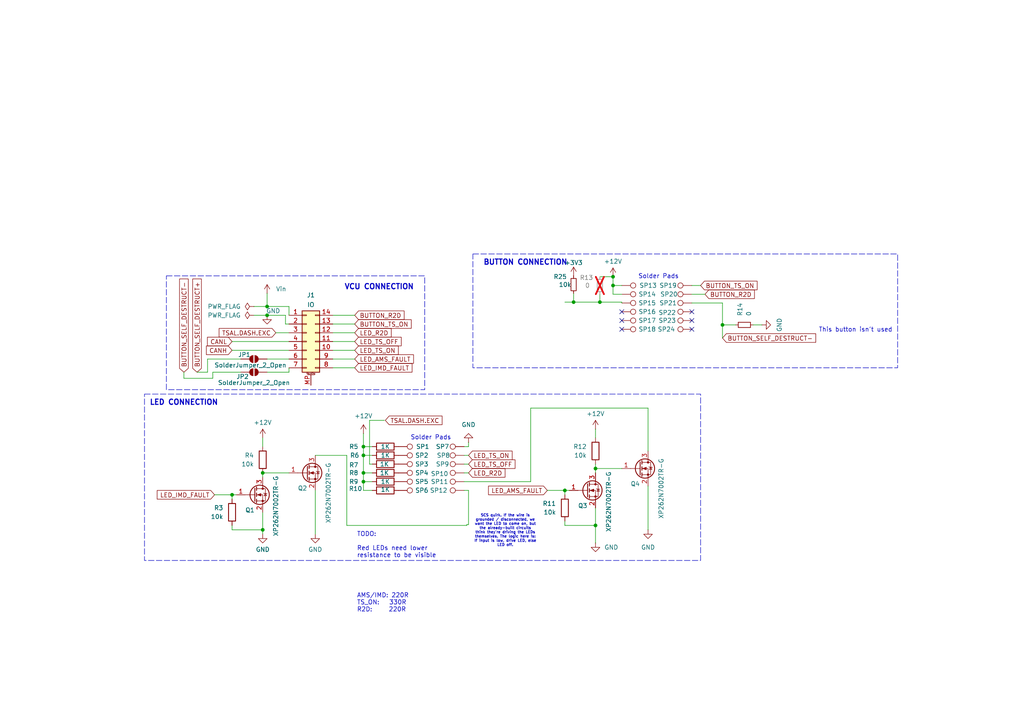
<source format=kicad_sch>
(kicad_sch (version 20250114) (generator "eeschema") (generator_version "9.0")
  (paper "A4")
  (lib_symbols
    (symbol "+3V3_3" (power) (pin_numbers (hide yes)) (pin_names (offset 0) (hide yes))
      (property "Value" "+3V3" (at 0 3.556 0))
      (symbol "+3V3_3_0_1"
        (polyline (pts (xy -0.762 1.27) (xy 0 2.54)))
        (polyline (pts (xy 0 2.54) (xy 0.762 1.27)))
        (polyline (pts (xy 0 0) (xy 0 2.54)))
      )
      (symbol "+3V3_3_1_1"
        (pin power_in line (at 0 0 90) (length 0) (name "~") (number "1"))
      )
    )
    (symbol "Connector:TestPoint" (pin_numbers (hide yes)) (pin_names (offset 0.762) (hide yes))
      (property "Reference" "TP" (at 0 6.858 0))
      (property "Value" "TestPoint" (at 0 5.08 0))
      (symbol "TestPoint_0_1"
        (circle (center 0 3.302) (radius 0.762))
      )
      (symbol "TestPoint_1_1"
        (pin passive line (at 0 0 90) (length 2.54) (name "1") (number "1"))
      )
    )
    (symbol "Connector_Generic_MountingPin:Conn_02x07_Counter_Clockwise_MountingPin" (pin_names (offset 1.016) (hide yes))
      (property "Reference" "J" (at 1.27 10.16 0))
      (property "Value" "Conn_02x07_Counter_Clockwise_MountingPin" (at 2.54 -10.16 0))
      (symbol "Conn_02x07_Counter_Clockwise_MountingPin_1_1"
        (rectangle (start -1.27 8.89) (end 3.81 -8.89) (stroke (width 0.254)) (fill (type background)))
        (rectangle (start -1.27 7.747) (end 0 7.493) (stroke (width 0.1524)))
        (rectangle (start -1.27 5.207) (end 0 4.953) (stroke (width 0.1524)))
        (rectangle (start -1.27 2.667) (end 0 2.413) (stroke (width 0.1524)))
        (rectangle (start -1.27 0.127) (end 0 -0.127) (stroke (width 0.1524)))
        (rectangle (start -1.27 -2.413) (end 0 -2.667) (stroke (width 0.1524)))
        (rectangle (start -1.27 -4.953) (end 0 -5.207) (stroke (width 0.1524)))
        (rectangle (start -1.27 -7.493) (end 0 -7.747) (stroke (width 0.1524)))
        (polyline (pts (xy 0.254 -9.652) (xy 2.286 -9.652)) (stroke (width 0.1524)))
        (rectangle (start 3.81 7.747) (end 2.54 7.493) (stroke (width 0.1524)))
        (rectangle (start 3.81 5.207) (end 2.54 4.953) (stroke (width 0.1524)))
        (rectangle (start 3.81 2.667) (end 2.54 2.413) (stroke (width 0.1524)))
        (rectangle (start 3.81 0.127) (end 2.54 -0.127) (stroke (width 0.1524)))
        (rectangle (start 3.81 -2.413) (end 2.54 -2.667) (stroke (width 0.1524)))
        (rectangle (start 3.81 -4.953) (end 2.54 -5.207) (stroke (width 0.1524)))
        (rectangle (start 3.81 -7.493) (end 2.54 -7.747) (stroke (width 0.1524)))
        (text "Mounting" (at 1.27 -9.271 0) (effects (font (size 0.381 0.381))))
        (pin passive line (at -5.08 7.62 0) (length 3.81) (name "Pin_1") (number "1"))
        (pin passive line (at -5.08 5.08 0) (length 3.81) (name "Pin_2") (number "2"))
        (pin passive line (at -5.08 2.54 0) (length 3.81) (name "Pin_3") (number "3"))
        (pin passive line (at -5.08 0 0) (length 3.81) (name "Pin_4") (number "4"))
        (pin passive line (at -5.08 -2.54 0) (length 3.81) (name "Pin_5") (number "5"))
        (pin passive line (at -5.08 -5.08 0) (length 3.81) (name "Pin_6") (number "6"))
        (pin passive line (at -5.08 -7.62 0) (length 3.81) (name "Pin_7") (number "7"))
        (pin passive line (at 1.27 -12.7 90) (length 3.048) (name "MountPin") (number "MP"))
        (pin passive line (at 7.62 7.62 180) (length 3.81) (name "Pin_14") (number "14"))
        (pin passive line (at 7.62 5.08 180) (length 3.81) (name "Pin_13") (number "13"))
        (pin passive line (at 7.62 2.54 180) (length 3.81) (name "Pin_12") (number "12"))
        (pin passive line (at 7.62 0 180) (length 3.81) (name "Pin_11") (number "11"))
        (pin passive line (at 7.62 -2.54 180) (length 3.81) (name "Pin_10") (number "10"))
        (pin passive line (at 7.62 -5.08 180) (length 3.81) (name "Pin_9") (number "9"))
        (pin passive line (at 7.62 -7.62 180) (length 3.81) (name "Pin_8") (number "8"))
      )
    )
    (symbol "Device:Q_NMOS_GSD" (pin_names (offset 0) (hide yes))
      (property "Reference" "Q" (at 5.08 1.27 0))
      (property "Value" "Q_NMOS_GSD" (at 5.08 -1.27 0))
      (symbol "Q_NMOS_GSD_0_1"
        (polyline (pts (xy 0.254 1.905) (xy 0.254 -1.905)) (stroke (width 0.254)))
        (polyline (pts (xy 0.254 0) (xy -2.54 0)))
        (polyline (pts (xy 0.762 2.286) (xy 0.762 1.27)) (stroke (width 0.254)))
        (polyline (pts (xy 0.762 0.508) (xy 0.762 -0.508)) (stroke (width 0.254)))
        (polyline (pts (xy 0.762 -1.27) (xy 0.762 -2.286)) (stroke (width 0.254)))
        (polyline (pts (xy 0.762 -1.778) (xy 3.302 -1.778) (xy 3.302 1.778) (xy 0.762 1.778)))
        (polyline (pts (xy 1.016 0) (xy 2.032 0.381) (xy 2.032 -0.381) (xy 1.016 0)) (fill (type outline)))
        (circle (center 1.651 0) (radius 2.794) (stroke (width 0.254)))
        (polyline (pts (xy 2.54 2.54) (xy 2.54 1.778)))
        (circle (center 2.54 1.778) (radius 0.254) (fill (type outline)))
        (circle (center 2.54 -1.778) (radius 0.254) (fill (type outline)))
        (polyline (pts (xy 2.54 -2.54) (xy 2.54 0) (xy 0.762 0)))
        (polyline (pts (xy 2.794 0.508) (xy 2.921 0.381) (xy 3.683 0.381) (xy 3.81 0.254)))
        (polyline (pts (xy 3.302 0.381) (xy 2.921 -0.254) (xy 3.683 -0.254) (xy 3.302 0.381)))
      )
      (symbol "Q_NMOS_GSD_1_1"
        (pin input line (at -5.08 0 0) (length 2.54) (name "G") (number "1"))
        (pin passive line (at 2.54 5.08 270) (length 2.54) (name "D") (number "3"))
        (pin passive line (at 2.54 -5.08 90) (length 2.54) (name "S") (number "2"))
      )
    )
    (symbol "Device:R" (pin_numbers (hide yes)) (pin_names (offset 0))
      (property "Reference" "R" (at 2.032 0 90))
      (property "Value" "R" (at 0 0 90))
      (symbol "R_0_1"
        (rectangle (start -1.016 -2.54) (end 1.016 2.54) (stroke (width 0.254)))
      )
      (symbol "R_1_1"
        (pin passive line (at 0 3.81 270) (length 1.27) (name "~") (number "1"))
        (pin passive line (at 0 -3.81 90) (length 1.27) (name "~") (number "2"))
      )
    )
    (symbol "Device:R_Small" (pin_numbers (hide yes)) (pin_names (offset 0.254) (hide yes))
      (property "Reference" "R" (at 0.762 0.508 0))
      (property "Value" "R_Small" (at 0.762 -1.016 0))
      (symbol "R_Small_0_1"
        (rectangle (start -0.762 1.778) (end 0.762 -1.778) (stroke (width 0.2032)))
      )
      (symbol "R_Small_1_1"
        (pin passive line (at 0 2.54 270) (length 0.762) (name "~") (number "1"))
        (pin passive line (at 0 -2.54 90) (length 0.762) (name "~") (number "2"))
      )
    )
    (symbol "Jumper:SolderJumper_2_Open" (pin_numbers (hide yes)) (pin_names (offset 0) (hide yes)) (exclude_from_sim yes) (in_bom no)
      (property "Reference" "JP" (at 0 2.032 0))
      (property "Value" "SolderJumper_2_Open" (at 0 -2.54 0))
      (symbol "SolderJumper_2_Open_0_1"
        (polyline (pts (xy -0.254 1.016) (xy -0.254 -1.016)))
        (arc (start -0.254 -1.016) (mid -1.2656 0) (end -0.254 1.016))
        (arc (start -0.254 -1.016) (mid -1.2656 0) (end -0.254 1.016) (fill (type outline)))
        (arc (start 0.254 1.016) (mid 1.2656 0) (end 0.254 -1.016))
        (arc (start 0.254 1.016) (mid 1.2656 0) (end 0.254 -1.016) (fill (type outline)))
        (polyline (pts (xy 0.254 1.016) (xy 0.254 -1.016)))
      )
      (symbol "SolderJumper_2_Open_1_1"
        (pin passive line (at -3.81 0 0) (length 2.54) (name "A") (number "1"))
        (pin passive line (at 3.81 0 180) (length 2.54) (name "B") (number "2"))
      )
    )
    (symbol "PWR_FLAG_1" (power) (pin_numbers (hide yes)) (pin_names (offset 0) (hide yes))
      (property "Value" "PWR_FLAG" (at 0 3.81 0))
      (symbol "PWR_FLAG_1_0_0"
        (pin power_out line (at 0 0 90) (length 0) (name "~") (number "1"))
      )
      (symbol "PWR_FLAG_1_0_1"
        (polyline (pts (xy 0 0) (xy 0 1.27) (xy -1.016 1.905) (xy 0 2.54) (xy 1.016 1.905) (xy 0 1.27)))
      )
    )
    (symbol "PWR_FLAG_2" (power) (pin_numbers (hide yes)) (pin_names (offset 0) (hide yes))
      (property "Value" "PWR_FLAG" (at 0 3.81 0))
      (symbol "PWR_FLAG_2_0_0"
        (pin power_out line (at 0 0 90) (length 0) (name "~") (number "1"))
      )
      (symbol "PWR_FLAG_2_0_1"
        (polyline (pts (xy 0 0) (xy 0 1.27) (xy -1.016 1.905) (xy 0 2.54) (xy 1.016 1.905) (xy 0 1.27)))
      )
    )
    (symbol "power:+12V" (power) (pin_numbers (hide yes)) (pin_names (offset 0) (hide yes))
      (property "Value" "+12V" (at 0 3.556 0))
      (symbol "+12V_0_1"
        (polyline (pts (xy -0.762 1.27) (xy 0 2.54)))
        (polyline (pts (xy 0 2.54) (xy 0.762 1.27)))
        (polyline (pts (xy 0 0) (xy 0 2.54)))
      )
      (symbol "+12V_1_1"
        (pin power_in line (at 0 0 90) (length 0) (name "~") (number "1"))
      )
    )
    (symbol "power:GND" (power) (pin_numbers (hide yes)) (pin_names (offset 0) (hide yes))
      (property "Value" "GND" (at 0 -3.81 0))
      (symbol "GND_0_1"
        (polyline (pts (xy 0 0) (xy 0 -1.27) (xy 1.27 -1.27) (xy 0 -2.54) (xy -1.27 -1.27) (xy 0 -1.27)))
      )
      (symbol "GND_1_1"
        (pin power_in line (at 0 0 270) (length 0) (name "~") (number "1"))
      )
    )
  )
  (rectangle (start 48.26 80.01) (end 123.19 113.03) (stroke (width 0) (type dash)))
  (rectangle (start 41.91 114.3) (end 203.2 162.56) (stroke (width 0) (type dash)))
  (rectangle (start 137.16 73.66) (end 260.35 106.68) (stroke (width 0) (type dash)))
  (text "Solder Pads" (at 191.008 80.264 0) (effects (font (size 1.27 1.27))))
  (text "Solder Pads" (at 124.968 127 0) (effects (font (size 1.27 1.27))))
  (text "SCS quirk. If the wire is\ngrounded / disconnected, we\nwant the LED to come on, but\nthe already-built circuits\nthink they're driving the LEDs\nthemselves. The logic here is:\nIf input is low, drive LED, else\nLED off." (at 146.558 153.924 0) (effects (font (size 0.762 0.762))))
  (text "AMS/IMD: 220R\nTS_ON:   330R\nR2D:     220R" (at 103.505 172.085 0) (effects (font (size 1.27 1.27)) (justify left top)))
  (text "BUTTON CONNECTION" (at 152.4 76.2 0) (effects (font (size 1.524 1.524) (thickness 0.3048) (bold yes))))
  (text "VCU CONNECTION" (at 109.982 83.312 0) (effects (font (size 1.524 1.524) (thickness 0.3048) (bold yes))))
  (text "TODO:\n\nRed LEDs need lower\nresistance to be visible" (at 103.505 154.305 0) (effects (font (size 1.27 1.27)) (justify left top)))
  (text "LED CONNECTION" (at 53.34 116.84 0) (effects (font (size 1.524 1.524) (thickness 0.3048) (bold yes))))
  (text "This button isn't used" (at 248.158 95.758 0) (effects (font (size 1.27 1.27))))
  (junction (at 76.2 137.16))
  (junction (at 105.41 137.16))
  (junction (at 105.41 132.08))
  (junction (at 177.8 82.804))
  (junction (at 209.55 94.234))
  (junction (at 67.31 143.51))
  (junction (at 163.83 142.24))
  (junction (at 77.47 91.44))
  (junction (at 177.8 80.264))
  (junction (at 105.41 139.7))
  (junction (at 76.2 153.67))
  (junction (at 172.72 152.4))
  (junction (at 105.41 129.54))
  (junction (at 172.72 135.89))
  (junction (at 166.37 87.63))
  (junction (at 77.47 88.9))
  (junction (at 173.99 87.63))
  (no_connect (at 200.66 95.504))
  (no_connect (at 180.34 95.504))
  (no_connect (at 200.66 92.964))
  (no_connect (at 200.66 90.424))
  (no_connect (at 180.34 90.424))
  (no_connect (at 180.34 92.964))
  (wire (pts (xy 83.82 106.68) (xy 83.82 107.95)))
  (wire (pts (xy 172.72 134.62) (xy 172.72 135.89)))
  (wire (pts (xy 172.72 124.46) (xy 172.72 127)))
  (wire (pts (xy 218.44 94.234) (xy 220.98 94.234)))
  (wire (pts (xy 187.96 140.97) (xy 187.96 153.67)))
  (wire (pts (xy 77.47 85.09) (xy 77.47 88.9)))
  (wire (pts (xy 200.66 87.884) (xy 209.55 87.884)))
  (wire (pts (xy 177.8 82.804) (xy 180.34 82.804)))
  (wire (pts (xy 105.41 142.24) (xy 107.95 142.24)))
  (wire (pts (xy 209.55 98.044) (xy 209.55 94.234)))
  (wire (pts (xy 105.41 137.16) (xy 105.41 139.7)))
  (wire (pts (xy 53.34 107.95) (xy 53.34 109.728)))
  (wire (pts (xy 60.198 104.14) (xy 69.85 104.14)))
  (wire (pts (xy 67.31 101.6) (xy 83.82 101.6)))
  (wire (pts (xy 163.83 142.24) (xy 165.1 142.24)))
  (wire (pts (xy 105.41 139.7) (xy 105.41 142.24)))
  (wire (pts (xy 105.41 129.54) (xy 107.95 129.54)))
  (wire (pts (xy 53.34 109.728) (xy 61.722 109.728)))
  (wire (pts (xy 134.62 129.54) (xy 135.89 129.54)))
  (wire (pts (xy 80.01 96.52) (xy 83.82 96.52)))
  (wire (pts (xy 76.2 137.16) (xy 76.2 138.43)))
  (wire (pts (xy 100.584 152.4) (xy 135.382 152.4)))
  (wire (pts (xy 76.2 148.59) (xy 76.2 153.67)))
  (wire (pts (xy 166.37 87.63) (xy 173.99 87.63)))
  (wire (pts (xy 96.52 96.52) (xy 102.87 96.52)))
  (wire (pts (xy 173.99 87.63) (xy 180.34 87.63)))
  (wire (pts (xy 96.52 101.6) (xy 102.87 101.6)))
  (wire (pts (xy 135.382 152.4) (xy 135.382 152.146)))
  (wire (pts (xy 76.2 153.67) (xy 76.2 154.94)))
  (wire (pts (xy 172.72 152.4) (xy 163.83 152.4)))
  (wire (pts (xy 57.15 107.95) (xy 60.198 107.95)))
  (wire (pts (xy 82.804 91.44) (xy 82.804 93.98)))
  (wire (pts (xy 180.34 85.344) (xy 177.8 85.344)))
  (wire (pts (xy 134.62 134.62) (xy 135.89 134.62)))
  (wire (pts (xy 166.37 85.09) (xy 166.37 87.63)))
  (wire (pts (xy 187.96 118.364) (xy 153.924 118.364)))
  (wire (pts (xy 82.804 93.98) (xy 83.82 93.98)))
  (wire (pts (xy 135.89 152.146) (xy 135.89 142.24)))
  (wire (pts (xy 177.8 85.344) (xy 177.8 82.804)))
  (wire (pts (xy 187.96 130.81) (xy 187.96 118.364)))
  (wire (pts (xy 107.188 121.92) (xy 111.506 121.92)))
  (wire (pts (xy 77.47 91.44) (xy 82.804 91.44)))
  (wire (pts (xy 209.55 94.234) (xy 213.36 94.234)))
  (wire (pts (xy 135.382 152.146) (xy 135.89 152.146)))
  (wire (pts (xy 105.41 125.73) (xy 105.41 129.54)))
  (wire (pts (xy 200.66 85.344) (xy 204.47 85.344)))
  (wire (pts (xy 177.8 80.264) (xy 177.8 82.804)))
  (wire (pts (xy 200.66 82.804) (xy 203.2 82.804)))
  (wire (pts (xy 105.41 132.08) (xy 105.41 137.16)))
  (wire (pts (xy 76.2 127) (xy 76.2 129.54)))
  (wire (pts (xy 105.41 137.16) (xy 107.95 137.16)))
  (wire (pts (xy 163.83 152.4) (xy 163.83 151.13)))
  (wire (pts (xy 61.722 107.95) (xy 69.85 107.95)))
  (wire (pts (xy 96.52 99.06) (xy 102.87 99.06)))
  (wire (pts (xy 100.584 132.08) (xy 100.584 152.4)))
  (wire (pts (xy 61.722 109.728) (xy 61.722 107.95)))
  (wire (pts (xy 105.41 132.08) (xy 107.95 132.08)))
  (wire (pts (xy 173.99 80.264) (xy 177.8 80.264)))
  (wire (pts (xy 135.89 129.54) (xy 135.89 128.27)))
  (wire (pts (xy 107.188 134.62) (xy 107.95 134.62)))
  (wire (pts (xy 134.62 137.16) (xy 135.89 137.16)))
  (wire (pts (xy 134.62 132.08) (xy 135.89 132.08)))
  (wire (pts (xy 158.75 142.24) (xy 163.83 142.24)))
  (wire (pts (xy 91.44 132.08) (xy 100.584 132.08)))
  (wire (pts (xy 172.72 152.4) (xy 172.72 157.48)))
  (wire (pts (xy 76.2 153.67) (xy 67.31 153.67)))
  (wire (pts (xy 67.31 144.78) (xy 67.31 143.51)))
  (wire (pts (xy 180.34 87.63) (xy 180.34 87.884)))
  (wire (pts (xy 105.41 139.7) (xy 107.95 139.7)))
  (wire (pts (xy 173.99 87.63) (xy 173.99 85.344)))
  (wire (pts (xy 77.47 107.95) (xy 83.82 107.95)))
  (wire (pts (xy 96.52 104.14) (xy 102.87 104.14)))
  (wire (pts (xy 107.188 121.92) (xy 107.188 134.62)))
  (wire (pts (xy 62.23 143.51) (xy 67.31 143.51)))
  (wire (pts (xy 67.31 99.06) (xy 83.82 99.06)))
  (wire (pts (xy 73.66 88.9) (xy 77.47 88.9)))
  (wire (pts (xy 172.72 135.89) (xy 180.34 135.89)))
  (wire (pts (xy 172.72 135.89) (xy 172.72 137.16)))
  (wire (pts (xy 96.52 106.68) (xy 102.87 106.68)))
  (wire (pts (xy 91.44 142.24) (xy 91.44 154.94)))
  (wire (pts (xy 67.31 143.51) (xy 68.58 143.51)))
  (wire (pts (xy 134.62 139.7) (xy 153.924 139.7)))
  (wire (pts (xy 77.47 104.14) (xy 83.82 104.14)))
  (wire (pts (xy 172.72 147.32) (xy 172.72 152.4)))
  (wire (pts (xy 77.47 88.9) (xy 83.82 88.9)))
  (wire (pts (xy 60.198 107.95) (xy 60.198 104.14)))
  (wire (pts (xy 163.83 87.63) (xy 166.37 87.63)))
  (wire (pts (xy 105.41 129.54) (xy 105.41 132.08)))
  (wire (pts (xy 83.82 88.9) (xy 83.82 91.44)))
  (wire (pts (xy 96.52 93.98) (xy 102.87 93.98)))
  (wire (pts (xy 163.83 143.51) (xy 163.83 142.24)))
  (wire (pts (xy 76.2 137.16) (xy 83.82 137.16)))
  (wire (pts (xy 153.924 118.364) (xy 153.924 139.7)))
  (wire (pts (xy 134.62 142.24) (xy 135.89 142.24)))
  (wire (pts (xy 96.52 91.44) (xy 102.87 91.44)))
  (wire (pts (xy 73.66 91.44) (xy 77.47 91.44)))
  (wire (pts (xy 67.31 153.67) (xy 67.31 152.4)))
  (wire (pts (xy 209.55 87.884) (xy 209.55 94.234)))
  (global_label "LED_AMS_FAULT" (shape input) (at 158.75 142.24 180) (property "Intersheetrefs" "${INTERSHEET_REFS}" (effects (hide yes))))
  (global_label "LED_TS_ON" (shape input) (at 102.87 101.6 0) (property "Intersheetrefs" "${INTERSHEET_REFS}" (effects (hide yes))))
  (global_label "TSAL.DASH.EXC" (shape input) (at 80.01 96.52 180) (property "Intersheetrefs" "${INTERSHEET_REFS}" (effects (hide yes))))
  (global_label "LED_R2D" (shape input) (at 135.89 137.16 0) (property "Intersheetrefs" "${INTERSHEET_REFS}" (effects (hide yes))))
  (global_label "TSAL.DASH.EXC" (shape input) (at 111.76 121.92 0) (property "Intersheetrefs" "${INTERSHEET_REFS}" (effects (hide yes))))
  (global_label "CANL" (shape input) (at 67.31 99.06 180) (property "Intersheetrefs" "${INTERSHEET_REFS}" (effects (hide yes))))
  (global_label "BUTTON_SELF_DESTRUCT-" (shape input) (at 209.55 98.044 0) (property "Intersheetrefs" "${INTERSHEET_REFS}" (effects (hide yes))))
  (global_label "BUTTON_TS_ON" (shape input) (at 203.2 82.804 0) (property "Intersheetrefs" "${INTERSHEET_REFS}" (effects (hide yes))))
  (global_label "LED_TS_OFF" (shape input) (at 135.89 134.62 0) (property "Intersheetrefs" "${INTERSHEET_REFS}" (effects (hide yes))))
  (global_label "LED_AMS_FAULT" (shape input) (at 102.87 104.14 0) (property "Intersheetrefs" "${INTERSHEET_REFS}" (effects (hide yes))))
  (global_label "BUTTON_SELF_DESTRUCT+" (shape input) (at 57.15 107.95 90) (property "Intersheetrefs" "${INTERSHEET_REFS}" (effects (hide yes))))
  (global_label "LED_R2D" (shape input) (at 102.87 96.52 0) (property "Intersheetrefs" "${INTERSHEET_REFS}" (effects (hide yes))))
  (global_label "LED_TS_ON" (shape input) (at 135.89 132.08 0) (property "Intersheetrefs" "${INTERSHEET_REFS}" (effects (hide yes))))
  (global_label "BUTTON_R2D" (shape input) (at 102.87 91.44 0) (property "Intersheetrefs" "${INTERSHEET_REFS}" (effects (hide yes))))
  (global_label "LED_IMD_FAULT" (shape input) (at 62.23 143.51 180) (property "Intersheetrefs" "${INTERSHEET_REFS}" (effects (hide yes))))
  (global_label "BUTTON_R2D" (shape input) (at 204.47 85.344 0) (property "Intersheetrefs" "${INTERSHEET_REFS}" (effects (hide yes))))
  (global_label "LED_TS_OFF" (shape input) (at 102.87 99.06 0) (property "Intersheetrefs" "${INTERSHEET_REFS}" (effects (hide yes))))
  (global_label "BUTTON_TS_ON" (shape input) (at 102.87 93.98 0) (property "Intersheetrefs" "${INTERSHEET_REFS}" (effects (hide yes))))
  (global_label "CANH" (shape input) (at 67.31 101.6 180) (property "Intersheetrefs" "${INTERSHEET_REFS}" (effects (hide yes))))
  (global_label "LED_IMD_FAULT" (shape input) (at 102.87 106.68 0) (property "Intersheetrefs" "${INTERSHEET_REFS}" (effects (hide yes))))
  (global_label "BUTTON_SELF_DESTRUCT-" (shape input) (at 53.34 107.95 90) (property "Intersheetrefs" "${INTERSHEET_REFS}" (effects (hide yes))))
  (symbol (lib_id "Connector:TestPoint") (at 115.57 134.62 270) (unit 1)
    (property "Reference" "SP3" (at 120.396 134.62 90) (effects (justify left)))
    (property "Value" "Solder Pad" (effects (hide yes)))
    (property "Footprint" "TestPoint:TestPoint_Pad_D2.0mm" (effects (hide yes)))
    (property "Description" "test point" (effects (hide yes)))
  )
  (symbol (lib_id "Connector:TestPoint") (at 134.62 139.7 90) (unit 1)
    (property "Reference" "SP11" (at 130.048 139.7 90) (effects (justify left)))
    (property "Value" "Solder Pad" (effects (hide yes)))
    (property "Footprint" "TestPoint:TestPoint_Pad_D2.0mm" (effects (hide yes)))
    (property "Description" "test point" (effects (hide yes)))
  )
  (symbol (lib_id "Device:R") (at 172.72 130.81 0) (unit 1)
    (property "Reference" "R12" (at 170.18 129.5399 0) (effects (justify right)))
    (property "Value" "10k" (at 170.18 132.0799 0) (effects (justify right)))
    (property "Footprint" "Resistor_SMD:R_0805_2012Metric_Pad1.20x1.40mm_HandSolder" (effects (hide yes)))
    (property "Description" "Resistor" (effects (hide yes)))
  )
  (symbol (lib_id "power:+12V") (at 177.8 80.264 0) (unit 1)
    (property "Reference" "#PWR024" (effects (hide yes)))
    (property "Value" "+12V" (at 177.8 75.819 0))
    (property "Description" "Power symbol creates a global label with name \"+12V\"" (effects (hide yes)))
  )
  (symbol (lib_id "Device:R_Small") (at 215.9 94.234 270) (unit 1)
    (property "Reference" "R14" (at 214.63 91.694 0) (effects (justify right)))
    (property "Value" "0" (at 217.17 91.694 0) (effects (justify right)))
    (property "Footprint" "Resistor_SMD:R_0805_2012Metric_Pad1.20x1.40mm_HandSolder" (effects (hide yes)))
    (property "Description" "Resistor, small symbol" (effects (hide yes)))
  )
  (symbol (lib_id "Connector:TestPoint") (at 134.62 134.62 90) (unit 1)
    (property "Reference" "SP9" (at 130.302 134.62 90) (effects (justify left)))
    (property "Value" "Solder Pad" (effects (hide yes)))
    (property "Footprint" "TestPoint:TestPoint_Pad_D2.0mm" (effects (hide yes)))
    (property "Description" "test point" (effects (hide yes)))
  )
  (symbol (lib_id "Connector:TestPoint") (at 115.57 129.54 270) (unit 1)
    (property "Reference" "SP1" (at 120.65 129.54 90) (effects (justify left)))
    (property "Value" "Solder Pad" (effects (hide yes)))
    (property "Footprint" "TestPoint:TestPoint_Pad_D2.0mm" (effects (hide yes)))
    (property "Description" "test point" (effects (hide yes)))
  )
  (symbol (lib_id "Connector:TestPoint") (at 200.66 87.884 90) (unit 1)
    (property "Reference" "SP21" (at 196.342 87.884 90) (effects (justify left)))
    (property "Value" "Solder Pad" (effects (hide yes)))
    (property "Footprint" "TestPoint:TestPoint_Pad_D2.0mm" (effects (hide yes)))
    (property "Description" "test point" (effects (hide yes)))
  )
  (symbol (lib_id "Connector:TestPoint") (at 115.57 132.08 270) (unit 1)
    (property "Reference" "SP2" (at 120.396 132.08 90) (effects (justify left)))
    (property "Value" "Solder Pad" (effects (hide yes)))
    (property "Footprint" "TestPoint:TestPoint_Pad_D2.0mm" (effects (hide yes)))
    (property "Description" "test point" (effects (hide yes)))
  )
  (symbol (lib_id "Connector:TestPoint") (at 180.34 92.964 270) (unit 1)
    (property "Reference" "SP17" (at 185.166 92.964 90) (effects (justify left)))
    (property "Value" "Solder Pad" (effects (hide yes)))
    (property "Footprint" "TestPoint:TestPoint_Pad_D2.0mm" (effects (hide yes)))
    (property "Description" "test point" (effects (hide yes)))
  )
  (symbol (lib_id "power:GND") (at 172.72 157.48 0) (unit 1)
    (property "Reference" "#PWR021" (effects (hide yes)))
    (property "Value" "GND" (at 175.26 158.7499 0) (effects (justify left)))
    (property "Description" "Power symbol creates a global label with name \"GND\" , ground" (effects (hide yes)))
  )
  (symbol (lib_id "Jumper:SolderJumper_2_Open") (at 73.66 104.14 0) (unit 1) (exclude_from_sim yes) (in_bom no)
    (property "Reference" "JP1" (at 70.866 102.87 0))
    (property "Value" "SolderJumper_2_Open" (at 72.644 105.918 0))
    (property "Footprint" "Jumper:SolderJumper-2_P1.3mm_Open_RoundedPad1.0x1.5mm" (effects (hide yes)))
    (property "Description" "Solder Jumper, 2-pole, open" (effects (hide yes)))
  )
  (symbol (lib_id "Connector:TestPoint") (at 200.66 82.804 90) (unit 1)
    (property "Reference" "SP19" (at 196.342 82.804 90) (effects (justify left)))
    (property "Value" "Solder Pad" (effects (hide yes)))
    (property "Footprint" "TestPoint:TestPoint_Pad_D2.0mm" (effects (hide yes)))
    (property "Description" "test point" (effects (hide yes)))
  )
  (symbol (lib_id "Connector:TestPoint") (at 180.34 87.884 270) (unit 1)
    (property "Reference" "SP15" (at 185.166 87.884 90) (effects (justify left)))
    (property "Value" "Solder Pad" (effects (hide yes)))
    (property "Footprint" "TestPoint:TestPoint_Pad_D2.0mm" (effects (hide yes)))
    (property "Description" "test point" (effects (hide yes)))
  )
  (symbol (lib_id "Connector:TestPoint") (at 134.62 132.08 90) (unit 1)
    (property "Reference" "SP8" (at 130.556 132.08 90) (effects (justify left)))
    (property "Value" "Solder Pad" (effects (hide yes)))
    (property "Footprint" "TestPoint:TestPoint_Pad_D2.0mm" (effects (hide yes)))
    (property "Description" "test point" (effects (hide yes)))
  )
  (symbol (lib_id "Connector:TestPoint") (at 180.34 82.804 270) (unit 1)
    (property "Reference" "SP13" (at 185.42 82.804 90) (effects (justify left)))
    (property "Value" "Solder Pad" (effects (hide yes)))
    (property "Footprint" "TestPoint:TestPoint_Pad_D2.0mm" (effects (hide yes)))
    (property "Description" "test point" (effects (hide yes)))
  )
  (symbol (lib_id "Connector:TestPoint") (at 200.66 95.504 90) (unit 1)
    (property "Reference" "SP24" (at 195.834 95.504 90) (effects (justify left)))
    (property "Value" "Solder Pad" (effects (hide yes)))
    (property "Footprint" "TestPoint:TestPoint_Pad_D2.0mm" (effects (hide yes)))
    (property "Description" "test point" (effects (hide yes)))
  )
  (symbol (lib_id "Device:R") (at 163.83 147.32 0) (unit 1)
    (property "Reference" "R11" (at 161.29 146.0499 0) (effects (justify right)))
    (property "Value" "10k" (at 161.29 148.5899 0) (effects (justify right)))
    (property "Footprint" "Resistor_SMD:R_0805_2012Metric_Pad1.20x1.40mm_HandSolder" (effects (hide yes)))
    (property "Description" "Resistor" (effects (hide yes)))
  )
  (symbol (lib_name "PWR_FLAG_1") (lib_id "power:PWR_FLAG") (at 73.66 88.9 90) (unit 1)
    (property "Reference" "#FLG03" (effects (hide yes)))
    (property "Value" "PWR_FLAG" (at 69.85 88.8999 90) (effects (justify left)))
    (property "Description" "Special symbol for telling ERC where power comes from" (effects (hide yes)))
  )
  (symbol (lib_name "+3V3_3") (lib_id "power:+3V3") (at 166.37 80.01 0) (unit 1)
    (property "Reference" "#PWR043" (effects (hide yes)))
    (property "Value" "+3V3" (at 166.37 76.2 0))
    (property "Description" "Power symbol creates a global label with name \"+3V3\"" (effects (hide yes)))
  )
  (symbol (lib_id "Device:Q_NMOS_GSD") (at 170.18 142.24 0) (unit 1)
    (property "Reference" "Q3" (at 167.64 146.685 0) (effects (justify left)))
    (property "Value" "XP262N7002TR-G" (at 176.53 154.305 90) (effects (justify left)))
    (property "Footprint" "Package_TO_SOT_SMD:SOT-23" (effects (hide yes)))
    (property "Description" "N-MOSFET transistor, gate/source/drain" (effects (hide yes)))
    (property "Order Code" "865-XP262N7002TR-G " (effects (hide yes)))
    (property "Supplier" "Mouser" (effects (hide yes)))
  )
  (symbol (lib_id "Device:Q_NMOS_GSD") (at 88.9 137.16 0) (unit 1)
    (property "Reference" "Q2" (at 86.36 141.605 0) (effects (justify left)))
    (property "Value" "XP262N7002TR-G" (at 95.25 151.765 90) (effects (justify left)))
    (property "Footprint" "Package_TO_SOT_SMD:SOT-23" (effects (hide yes)))
    (property "Description" "N-MOSFET transistor, gate/source/drain" (effects (hide yes)))
    (property "Order Code" "865-XP262N7002TR-G " (effects (hide yes)))
    (property "Supplier" "Mouser" (effects (hide yes)))
  )
  (symbol (lib_id "power:+12V") (at 172.72 124.46 0) (unit 1)
    (property "Reference" "#PWR020" (effects (hide yes)))
    (property "Value" "+12V" (at 172.72 120.015 0))
    (property "Description" "Power symbol creates a global label with name \"+12V\"" (effects (hide yes)))
  )
  (symbol (lib_id "power:+12V") (at 77.47 85.09 0) (unit 1)
    (property "Reference" "#PWR010" (effects (hide yes)))
    (property "Value" "Vin" (at 80.01 83.8199 0) (effects (justify left)))
    (property "Description" "Power symbol creates a global label with name \"+12V\"" (effects (hide yes)))
  )
  (symbol (lib_id "Device:R") (at 67.31 148.59 0) (unit 1)
    (property "Reference" "R3" (at 64.77 147.3199 0) (effects (justify right)))
    (property "Value" "10k" (at 64.77 149.8599 0) (effects (justify right)))
    (property "Footprint" "Resistor_SMD:R_0805_2012Metric_Pad1.20x1.40mm_HandSolder" (effects (hide yes)))
    (property "Description" "Resistor" (effects (hide yes)))
  )
  (symbol (lib_id "Connector:TestPoint") (at 180.34 95.504 270) (unit 1)
    (property "Reference" "SP18" (at 185.166 95.504 90) (effects (justify left)))
    (property "Value" "Solder Pad" (effects (hide yes)))
    (property "Footprint" "TestPoint:TestPoint_Pad_D2.0mm" (effects (hide yes)))
    (property "Description" "test point" (effects (hide yes)))
  )
  (symbol (lib_id "power:+12V") (at 76.2 127 0) (unit 1)
    (property "Reference" "#PWR012" (effects (hide yes)))
    (property "Value" "+12V" (at 76.2 122.555 0))
    (property "Description" "Power symbol creates a global label with name \"+12V\"" (effects (hide yes)))
  )
  (symbol (lib_id "Device:R_Small") (at 173.99 82.804 180) (unit 1) (dnp yes)
    (property "Reference" "R13" (at 168.148 80.518 0) (effects (justify right)))
    (property "Value" "0" (at 169.672 82.804 0) (effects (justify right)))
    (property "Footprint" "Resistor_SMD:R_0805_2012Metric_Pad1.20x1.40mm_HandSolder" (effects (hide yes)))
    (property "Description" "Resistor, small symbol" (effects (hide yes)))
  )
  (symbol (lib_id "Device:R") (at 111.76 142.24 90) (unit 1)
    (property "Reference" "R10" (at 103.124 141.732 90))
    (property "Value" "1K" (at 111.76 141.986 90))
    (property "Footprint" "Resistor_SMD:R_0805_2012Metric_Pad1.20x1.40mm_HandSolder" (effects (hide yes)))
    (property "Description" "Resistor" (effects (hide yes)))
  )
  (symbol (lib_id "Device:R_Small") (at 166.37 82.55 180) (unit 1)
    (property "Reference" "R25" (at 160.528 80.264 0) (effects (justify right)))
    (property "Value" "10k" (at 162.052 82.55 0) (effects (justify right)))
    (property "Footprint" "Resistor_SMD:R_0805_2012Metric_Pad1.20x1.40mm_HandSolder" (effects (hide yes)))
    (property "Description" "Resistor, small symbol" (effects (hide yes)))
  )
  (symbol (lib_id "power:GND") (at 91.44 154.94 0) (unit 1)
    (property "Reference" "#PWR014" (effects (hide yes)))
    (property "Value" "GND" (at 91.44 159.385 0))
    (property "Description" "Power symbol creates a global label with name \"GND\" , ground" (effects (hide yes)))
  )
  (symbol (lib_id "Device:R") (at 76.2 133.35 0) (unit 1)
    (property "Reference" "R4" (at 73.66 132.0799 0) (effects (justify right)))
    (property "Value" "10k" (at 73.66 134.6199 0) (effects (justify right)))
    (property "Footprint" "Resistor_SMD:R_0805_2012Metric_Pad1.20x1.40mm_HandSolder" (effects (hide yes)))
    (property "Description" "Resistor" (effects (hide yes)))
  )
  (symbol (lib_id "Connector:TestPoint") (at 200.66 85.344 90) (unit 1)
    (property "Reference" "SP20" (at 196.596 85.344 90) (effects (justify left)))
    (property "Value" "Solder Pad" (effects (hide yes)))
    (property "Footprint" "TestPoint:TestPoint_Pad_D2.0mm" (effects (hide yes)))
    (property "Description" "test point" (effects (hide yes)))
  )
  (symbol (lib_name "PWR_FLAG_2") (lib_id "power:PWR_FLAG") (at 73.66 91.44 90) (unit 1)
    (property "Reference" "#FLG04" (effects (hide yes)))
    (property "Value" "PWR_FLAG" (at 69.85 91.4399 90) (effects (justify left)))
    (property "Description" "Special symbol for telling ERC where power comes from" (effects (hide yes)))
  )
  (symbol (lib_id "Connector_Generic_MountingPin:Conn_02x07_Counter_Clockwise_MountingPin") (at 88.9 99.06 0) (unit 1)
    (property "Reference" "J1" (at 90.17 85.598 0))
    (property "Value" "IO" (at 90.17 88.392 0))
    (property "Footprint" "Connector_Molex:Molex_Micro-Fit_3.0_43045-1418_2x07-1MP_P3.00mm_Vertical" (effects (hide yes)))
    (property "Description" "Generic connectable mounting pin connector, double row, 02x07, counter clockwise pin numbering scheme (similar to DIP package numbering), script generated (kicad-library-utils/schlib/autogen/connector/)" (effects (hide yes)))
  )
  (symbol (lib_id "Jumper:SolderJumper_2_Open") (at 73.66 107.95 0) (unit 1) (exclude_from_sim yes) (in_bom no)
    (property "Reference" "JP2" (at 70.358 109.22 0))
    (property "Value" "SolderJumper_2_Open" (at 73.66 110.998 0))
    (property "Footprint" "Jumper:SolderJumper-2_P1.3mm_Open_RoundedPad1.0x1.5mm" (effects (hide yes)))
    (property "Description" "Solder Jumper, 2-pole, open" (effects (hide yes)))
  )
  (symbol (lib_id "Device:R") (at 111.76 134.62 90) (unit 1)
    (property "Reference" "R7" (at 102.616 134.874 90))
    (property "Value" "1K" (at 111.506 134.62 90))
    (property "Footprint" "Resistor_SMD:R_0805_2012Metric_Pad1.20x1.40mm_HandSolder" (effects (hide yes)))
    (property "Description" "Resistor" (effects (hide yes)))
  )
  (symbol (lib_id "Connector:TestPoint") (at 134.62 137.16 90) (unit 1)
    (property "Reference" "SP10" (at 130.048 137.414 90) (effects (justify left)))
    (property "Value" "Solder Pad" (effects (hide yes)))
    (property "Footprint" "TestPoint:TestPoint_Pad_D2.0mm" (effects (hide yes)))
    (property "Description" "test point" (effects (hide yes)))
  )
  (symbol (lib_id "Device:R") (at 111.76 139.7 90) (unit 1)
    (property "Reference" "R9" (at 102.616 139.7 90))
    (property "Value" "1K" (at 111.76 139.7 90))
    (property "Footprint" "Resistor_SMD:R_0805_2012Metric_Pad1.20x1.40mm_HandSolder" (effects (hide yes)))
    (property "Description" "Resistor" (effects (hide yes)))
  )
  (symbol (lib_id "Connector:TestPoint") (at 134.62 142.24 90) (unit 1)
    (property "Reference" "SP12" (at 129.794 142.24 90) (effects (justify left)))
    (property "Value" "Solder Pad" (effects (hide yes)))
    (property "Footprint" "TestPoint:TestPoint_Pad_D2.0mm" (effects (hide yes)))
    (property "Description" "test point" (effects (hide yes)))
  )
  (symbol (lib_id "Connector:TestPoint") (at 115.57 142.24 270) (unit 1)
    (property "Reference" "SP6" (at 120.396 142.24 90) (effects (justify left)))
    (property "Value" "Solder Pad" (effects (hide yes)))
    (property "Footprint" "TestPoint:TestPoint_Pad_D2.0mm" (effects (hide yes)))
    (property "Description" "test point" (effects (hide yes)))
  )
  (symbol (lib_id "Device:R") (at 111.76 129.54 90) (unit 1)
    (property "Reference" "R5" (at 102.616 129.54 90))
    (property "Value" "1K" (at 111.76 129.54 90))
    (property "Footprint" "Resistor_SMD:R_0805_2012Metric_Pad1.20x1.40mm_HandSolder" (effects (hide yes)))
    (property "Description" "Resistor" (effects (hide yes)))
  )
  (symbol (lib_id "power:GND") (at 76.2 154.94 0) (unit 1)
    (property "Reference" "#PWR013" (effects (hide yes)))
    (property "Value" "GND" (at 76.2 159.385 0))
    (property "Description" "Power symbol creates a global label with name \"GND\" , ground" (effects (hide yes)))
  )
  (symbol (lib_id "Connector:TestPoint") (at 200.66 92.964 90) (unit 1)
    (property "Reference" "SP23" (at 196.088 92.964 90) (effects (justify left)))
    (property "Value" "Solder Pad" (effects (hide yes)))
    (property "Footprint" "TestPoint:TestPoint_Pad_D2.0mm" (effects (hide yes)))
    (property "Description" "test point" (effects (hide yes)))
  )
  (symbol (lib_id "Connector:TestPoint") (at 115.57 137.16 270) (unit 1)
    (property "Reference" "SP4" (at 120.396 137.16 90) (effects (justify left)))
    (property "Value" "Solder Pad" (effects (hide yes)))
    (property "Footprint" "TestPoint:TestPoint_Pad_D2.0mm" (effects (hide yes)))
    (property "Description" "test point" (effects (hide yes)))
  )
  (symbol (lib_id "Device:R") (at 111.76 132.08 90) (unit 1)
    (property "Reference" "R6" (at 102.87 132.08 90))
    (property "Value" "1K" (at 111.76 132.08 90))
    (property "Footprint" "Resistor_SMD:R_0805_2012Metric_Pad1.20x1.40mm_HandSolder" (effects (hide yes)))
    (property "Description" "Resistor" (effects (hide yes)))
  )
  (symbol (lib_id "power:GND") (at 77.47 91.44 0) (unit 1)
    (property "Reference" "#PWR011" (effects (hide yes)))
    (property "Value" "GND" (at 79.248 90.17 0))
    (property "Description" "Power symbol creates a global label with name \"GND\" , ground" (effects (hide yes)))
  )
  (symbol (lib_id "Connector:TestPoint") (at 180.34 90.424 270) (unit 1)
    (property "Reference" "SP16" (at 185.166 90.424 90) (effects (justify left)))
    (property "Value" "Solder Pad" (effects (hide yes)))
    (property "Footprint" "TestPoint:TestPoint_Pad_D2.0mm" (effects (hide yes)))
    (property "Description" "test point" (effects (hide yes)))
  )
  (symbol (lib_id "Connector:TestPoint") (at 134.62 129.54 90) (unit 1)
    (property "Reference" "SP7" (at 130.302 129.54 90) (effects (justify left)))
    (property "Value" "Solder Pad" (effects (hide yes)))
    (property "Footprint" "TestPoint:TestPoint_Pad_D2.0mm" (effects (hide yes)))
    (property "Description" "test point" (effects (hide yes)))
  )
  (symbol (lib_id "Connector:TestPoint") (at 180.34 85.344 270) (unit 1)
    (property "Reference" "SP14" (at 185.166 85.344 90) (effects (justify left)))
    (property "Value" "Solder Pad" (effects (hide yes)))
    (property "Footprint" "TestPoint:TestPoint_Pad_D2.0mm" (effects (hide yes)))
    (property "Description" "test point" (effects (hide yes)))
  )
  (symbol (lib_id "power:GND") (at 220.98 94.234 90) (unit 1)
    (property "Reference" "#PWR026" (effects (hide yes)))
    (property "Value" "GND" (at 226.06 94.234 0))
    (property "Description" "Power symbol creates a global label with name \"GND\" , ground" (effects (hide yes)))
  )
  (symbol (lib_id "Connector:TestPoint") (at 200.66 90.424 90) (unit 1)
    (property "Reference" "SP22" (at 196.088 90.678 90) (effects (justify left)))
    (property "Value" "Solder Pad" (effects (hide yes)))
    (property "Footprint" "TestPoint:TestPoint_Pad_D2.0mm" (effects (hide yes)))
    (property "Description" "test point" (effects (hide yes)))
  )
  (symbol (lib_id "Device:Q_NMOS_GSD") (at 185.42 135.89 0) (unit 1)
    (property "Reference" "Q4" (at 182.88 140.335 0) (effects (justify left)))
    (property "Value" "XP262N7002TR-G" (at 191.77 150.495 90) (effects (justify left)))
    (property "Footprint" "Package_TO_SOT_SMD:SOT-23" (effects (hide yes)))
    (property "Description" "N-MOSFET transistor, gate/source/drain" (effects (hide yes)))
    (property "Order Code" "865-XP262N7002TR-G " (effects (hide yes)))
    (property "Supplier" "Mouser" (effects (hide yes)))
  )
  (symbol (lib_id "power:GND") (at 135.89 128.27 180) (unit 1)
    (property "Reference" "#PWR017" (effects (hide yes)))
    (property "Value" "GND" (at 135.89 123.19 0))
  )
  (symbol (lib_id "Device:Q_NMOS_GSD") (at 73.66 143.51 0) (unit 1)
    (property "Reference" "Q1" (at 71.12 147.955 0) (effects (justify left)))
    (property "Value" "XP262N7002TR-G" (at 80.01 155.575 90) (effects (justify left)))
    (property "Footprint" "Package_TO_SOT_SMD:SOT-23" (effects (hide yes)))
    (property "Description" "N-MOSFET transistor, gate/source/drain" (effects (hide yes)))
    (property "Order Code" "865-XP262N7002TR-G " (effects (hide yes)))
    (property "Supplier" "Mouser" (effects (hide yes)))
  )
  (symbol (lib_id "power:GND") (at 187.96 153.67 0) (unit 1)
    (property "Reference" "#PWR022" (effects (hide yes)))
    (property "Value" "GND" (at 187.96 158.75 0))
    (property "Description" "Power symbol creates a global label with name \"GND\" , ground" (effects (hide yes)))
  )
  (symbol (lib_id "Connector:TestPoint") (at 115.57 139.7 270) (unit 1)
    (property "Reference" "SP5" (at 120.396 139.7 90) (effects (justify left)))
    (property "Value" "Solder Pad" (effects (hide yes)))
    (property "Footprint" "TestPoint:TestPoint_Pad_D2.0mm" (effects (hide yes)))
    (property "Description" "test point" (effects (hide yes)))
  )
  (symbol (lib_id "Device:R") (at 111.76 137.16 90) (unit 1)
    (property "Reference" "R8" (at 102.616 137.16 90))
    (property "Value" "1K" (at 111.506 137.16 90))
    (property "Footprint" "Resistor_SMD:R_0805_2012Metric_Pad1.20x1.40mm_HandSolder" (effects (hide yes)))
    (property "Description" "Resistor" (effects (hide yes)))
  )
  (symbol (lib_id "power:+12V") (at 105.41 125.73 0) (unit 1)
    (property "Reference" "#PWR015" (effects (hide yes)))
    (property "Value" "+12V" (at 105.41 120.65 0))
    (property "Description" "Power symbol creates a global label with name \"+12V\"" (effects (hide yes)))
  )
)
</source>
